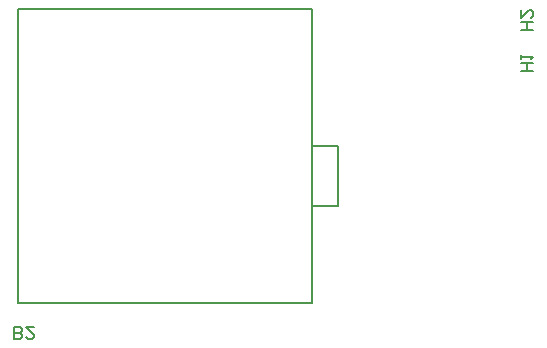
<source format=gbr>
G04*
G04 #@! TF.GenerationSoftware,Altium Limited,Altium Designer,25.8.1 (18)*
G04*
G04 Layer_Color=32896*
%FSLAX25Y25*%
%MOIN*%
G70*
G04*
G04 #@! TF.SameCoordinates,7B14AC28-D965-4A85-B311-1C3B9A759C65*
G04*
G04*
G04 #@! TF.FilePolarity,Positive*
G04*
G01*
G75*
%ADD11C,0.00787*%
%ADD12C,0.00600*%
D11*
X122504Y392449D02*
X220339D01*
Y490283D01*
X122504D02*
X220339D01*
X122504Y392449D02*
Y490283D01*
X220339Y424500D02*
X229000D01*
Y444500D01*
X220339D02*
X229000D01*
D12*
X294200Y469503D02*
X290202D01*
X292201D01*
Y472169D01*
X294200D01*
X290202D01*
Y473502D02*
Y474835D01*
Y474168D01*
X294200D01*
X293534Y473502D01*
X293999Y483168D02*
X290001D01*
X292000D01*
Y485834D01*
X293999D01*
X290001D01*
Y489832D02*
Y487167D01*
X292666Y489832D01*
X293333D01*
X293999Y489166D01*
Y487833D01*
X293333Y487167D01*
X121016Y380352D02*
Y384350D01*
X123015D01*
X123682Y383684D01*
Y383017D01*
X123015Y382351D01*
X121016D01*
X123015D01*
X123682Y381684D01*
Y381018D01*
X123015Y380352D01*
X121016D01*
X127681Y384350D02*
X125015D01*
X127681Y381684D01*
Y381018D01*
X127014Y380352D01*
X125681D01*
X125015Y381018D01*
M02*

</source>
